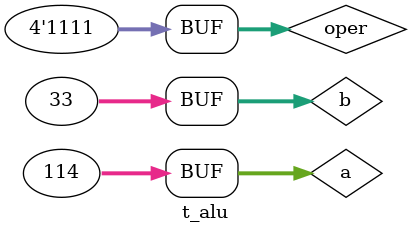
<source format=sv>
module alu #(
    parameter WIDTH=32
) (
    output reg [WIDTH-1:0] sum,
    output   z  ,
    input [WIDTH-1:0] a,b,
    input [3:0] oper 
);
always@(*)
begin
    casex (oper)
        
        4'bx000:sum=a+b;                    //add
        4'bx100:sum=a+~b+1;                 //sub
        4'bx001:sum=a&b;                    //and
        4'bx101:sum=a|b;                    //or
        4'bx010:sum=a^b;                    //xor
        4'bx110:sum={b[15:0],16'h0000};     //lui load upper immidiate
        4'b0011:sum=b<<a[4:0];              //sll 
        4'b0111:sum=b>>a[4:0];              //slr
        4'b1111:sum=b>>>a[4:0];             //sra
        
        default:sum=a;
    endcase 
end
assign z=(sum==0);
endmodule 


// testbench //



module t_alu #(
    parameter WIDTH=32
) ();
reg[WIDTH-1:0] a,b;
reg[3:0]oper;

wire[WIDTH-1:0] sum;
wire z ;

alu m1 (sum,z,a,b,oper);

initial begin
    a=32'h00000072;
    b=32'h00000021;

    //oper=0;
    for (integer i =0 ;i<16 ;i++ ) begin
        #5 oper=i;
    end
end
initial begin
    $monitor("a=%h ,b=%h ,op=%b,sum=%h. ,z=%b",a,b,oper,sum,z);
    $dumpfile("alu.vcd");
    $dumpvars(0,t_alu);
end
    
endmodule

</source>
